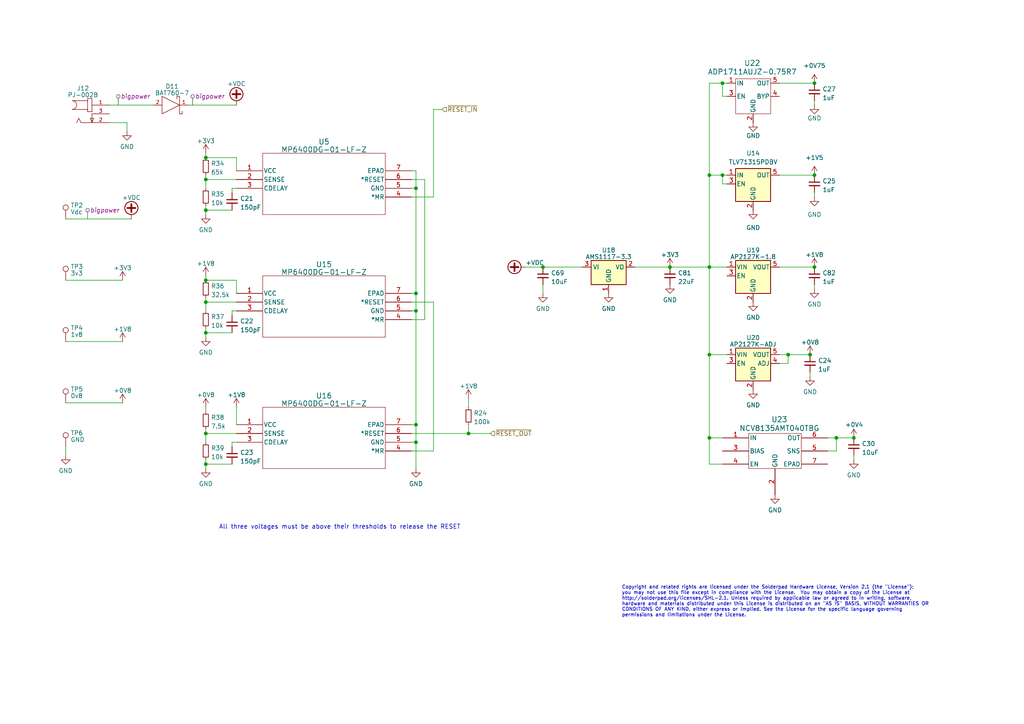
<source format=kicad_sch>
(kicad_sch (version 20231120) (generator "eeschema") (generator_version "8.0")
  (paper "A4")
  (lib_symbols
    (symbol "ADP1711AUJZ075:ADP1711AUJZ-0.75R7" (pin_names (offset 0.254))
      (property "Reference" "U" (at 12.954 4.318 0))
      (property "Value" "ADP1711AUJZ-0.75R7" (at 12.954 1.778 0))
      (symbol "ADP1711AUJZ-0.75R7_0_1"
        (polyline (pts (xy 7.62 -10.16) (xy 17.78 -10.16)) (stroke (width 0.127)))
        (polyline (pts (xy 7.62 0) (xy 7.62 -10.16)) (stroke (width 0.127)))
        (polyline (pts (xy 17.78 -10.16) (xy 17.78 0)) (stroke (width 0.127)))
        (polyline (pts (xy 17.78 0) (xy 7.62 0)) (stroke (width 0.127)))
      )
      (symbol "ADP1711AUJZ-0.75R7_1_1"
        (pin unspecified line (at 5.08 -1.27 0) (length 2.54) (name "IN") (number "1"))
        (pin unspecified line (at 12.7 -12.7 90) (length 2.54) (name "GND") (number "2"))
        (pin unspecified line (at 5.08 -5.08 0) (length 2.54) (name "EN") (number "3"))
        (pin unspecified line (at 20.32 -5.08 180) (length 2.54) (name "BYP") (number "4"))
        (pin unspecified line (at 20.32 -1.27 180) (length 2.54) (name "OUT") (number "5"))
      )
    )
    (symbol "Connector:TestPoint" (pin_numbers hide) (pin_names (offset 0.762) hide)
      (property "Reference" "TP" (at 0 6.858 0))
      (property "Value" "TestPoint" (at 0 5.08 0))
      (symbol "TestPoint_0_1"
        (circle (center 0 3.302) (radius 0.762))
      )
      (symbol "TestPoint_1_1"
        (pin passive line (at 0 0 90) (length 2.54) (name "1") (number "1"))
      )
    )
    (symbol "Device:C_Small" (pin_numbers hide) (pin_names (offset 0.254) hide)
      (property "Reference" "C" (at 0.254 1.778 0))
      (property "Value" "C_Small" (at 0.254 -2.032 0))
      (symbol "C_Small_0_1"
        (polyline (pts (xy -1.524 -0.508) (xy 1.524 -0.508)) (stroke (width 0.3302)))
        (polyline (pts (xy -1.524 0.508) (xy 1.524 0.508)) (stroke (width 0.3048)))
      )
      (symbol "C_Small_1_1"
        (pin passive line (at 0 2.54 270) (length 2.032) (name "~") (number "1"))
        (pin passive line (at 0 -2.54 90) (length 2.032) (name "~") (number "2"))
      )
    )
    (symbol "Device:R_Small" (pin_numbers hide) (pin_names (offset 0.254) hide)
      (property "Reference" "R" (at 0.762 0.508 0))
      (property "Value" "R_Small" (at 0.762 -1.016 0))
      (symbol "R_Small_0_1"
        (rectangle (start -0.762 1.778) (end 0.762 -1.778) (stroke (width 0.2032)))
      )
      (symbol "R_Small_1_1"
        (pin passive line (at 0 2.54 270) (length 0.762) (name "~") (number "1"))
        (pin passive line (at 0 -2.54 90) (length 0.762) (name "~") (number "2"))
      )
    )
    (symbol "GND_1" (power) (pin_numbers hide) (pin_names (offset 0) hide)
      (property "Value" "GND" (at 0 -3.81 0))
      (symbol "GND_1_0_1"
        (polyline (pts (xy 0 0) (xy 0 -1.27) (xy 1.27 -1.27) (xy 0 -2.54) (xy -1.27 -1.27) (xy 0 -1.27)))
      )
      (symbol "GND_1_1_1"
        (pin power_in line (at 0 0 270) (length 0) (name "~") (number "1"))
      )
    )
    (symbol "MP6400:MP6400DG-01-LF-Z" (pin_names (offset 0.254))
      (property "Reference" "U" (at 25.4 10.16 0))
      (property "Value" "MP6400DG-01-LF-Z" (at 25.4 7.62 0))
      (symbol "MP6400DG-01-LF-Z_0_1"
        (polyline (pts (xy 7.62 -12.7) (xy 43.18 -12.7)) (stroke (width 0.127)))
        (polyline (pts (xy 7.62 5.08) (xy 7.62 -12.7)) (stroke (width 0.127)))
        (polyline (pts (xy 43.18 -12.7) (xy 43.18 5.08)) (stroke (width 0.127)))
        (polyline (pts (xy 43.18 5.08) (xy 7.62 5.08)) (stroke (width 0.127)))
        (pin power_in line (at 0 0 0) (length 7.62) (name "VCC") (number "1"))
        (pin unspecified line (at 0 -2.54 0) (length 7.62) (name "SENSE") (number "2"))
        (pin unspecified line (at 0 -5.08 0) (length 7.62) (name "CDELAY") (number "3"))
        (pin unspecified line (at 50.8 -7.62 180) (length 7.62) (name "*MR") (number "4"))
        (pin power_in line (at 50.8 -5.08 180) (length 7.62) (name "GND") (number "5"))
        (pin unspecified line (at 50.8 -2.54 180) (length 7.62) (name "*RESET") (number "6"))
        (pin power_in line (at 50.8 0 180) (length 7.62) (name "EPAD") (number "7"))
      )
    )
    (symbol "NCV8135AMT040TBG:NCV8135AMT040TBG" (pin_names (offset 0.254))
      (property "Reference" "U23" (at 16.51 7.874 0))
      (property "Value" "NCV8135AMT040TBG" (at 16.51 5.334 0))
      (symbol "NCV8135AMT040TBG_0_1"
        (polyline (pts (xy 7.62 -6.35) (xy 22.86 -6.35)) (stroke (width 0.127)))
        (polyline (pts (xy 7.62 3.81) (xy 7.62 -6.35)) (stroke (width 0.127)))
        (polyline (pts (xy 22.86 -6.35) (xy 22.86 3.81)) (stroke (width 0.127)))
        (polyline (pts (xy 22.86 3.81) (xy 7.62 3.81)) (stroke (width 0.127)))
        (pin input line (at 0 2.54 0) (length 7.62) (name "IN") (number "1"))
        (pin power_out line (at 15.24 -13.97 90) (length 7.62) (name "GND") (number "2"))
        (pin unspecified line (at 0 -1.27 0) (length 7.62) (name "BIAS") (number "3"))
        (pin unspecified line (at 0 -5.08 0) (length 7.62) (name "EN") (number "4"))
        (pin unspecified line (at 30.48 -1.27 180) (length 7.62) (name "SNS") (number "5"))
        (pin output line (at 30.48 2.54 180) (length 7.62) (name "OUT") (number "6"))
        (pin power_out line (at 30.48 -5.08 180) (length 7.62) (name "EPAD") (number "7"))
      )
    )
    (symbol "Regulator_Linear:AMS1117-3.3"
      (property "Reference" "U" (at -3.81 3.175 0))
      (property "Value" "AMS1117-3.3" (at 0 3.175 0))
      (symbol "AMS1117-3.3_0_1"
        (rectangle (start -5.08 -5.08) (end 5.08 1.905) (stroke (width 0.254)) (fill (type background)))
      )
      (symbol "AMS1117-3.3_1_1"
        (pin power_in line (at 0 -7.62 90) (length 2.54) (name "GND") (number "1"))
        (pin power_out line (at 7.62 0 180) (length 2.54) (name "VO") (number "2"))
        (pin power_in line (at -7.62 0 0) (length 2.54) (name "VI") (number "3"))
      )
    )
    (symbol "Regulator_Linear:AP2127K-1.8" (pin_names (offset 0.254))
      (property "Reference" "U" (at -5.08 5.715 0))
      (property "Value" "AP2127K-1.8" (at 0 5.715 0))
      (symbol "AP2127K-1.8_0_1"
        (rectangle (start -5.08 4.445) (end 5.08 -5.08) (stroke (width 0.254)) (fill (type background)))
      )
      (symbol "AP2127K-1.8_1_1"
        (pin power_in line (at -7.62 2.54 0) (length 2.54) (name "VIN") (number "1"))
        (pin power_in line (at 0 -7.62 90) (length 2.54) (name "GND") (number "2"))
        (pin input line (at -7.62 0 0) (length 2.54) (name "EN") (number "3"))
        (pin no_connect line (at 5.08 0 180) (length 2.54) hide (name "NC") (number "4"))
        (pin power_out line (at 7.62 2.54 180) (length 2.54) (name "VOUT") (number "5"))
      )
    )
    (symbol "Regulator_Linear:AP2127K-ADJ" (pin_names (offset 0.254))
      (property "Reference" "U" (at -5.08 5.715 0))
      (property "Value" "AP2127K-ADJ" (at 0 5.715 0))
      (symbol "AP2127K-ADJ_0_1"
        (rectangle (start -5.08 4.445) (end 5.08 -5.08) (stroke (width 0.254)) (fill (type background)))
      )
      (symbol "AP2127K-ADJ_1_1"
        (pin power_in line (at -7.62 2.54 0) (length 2.54) (name "VIN") (number "1"))
        (pin power_in line (at 0 -7.62 90) (length 2.54) (name "GND") (number "2"))
        (pin input line (at -7.62 0 0) (length 2.54) (name "EN") (number "3"))
        (pin input line (at 7.62 0 180) (length 2.54) (name "ADJ") (number "4"))
        (pin power_out line (at 7.62 2.54 180) (length 2.54) (name "VOUT") (number "5"))
      )
    )
    (symbol "Regulator_Linear:TLV71315PDBV" (pin_names (offset 0.254))
      (property "Reference" "U" (at -3.81 5.715 0))
      (property "Value" "TLV71315PDBV" (at 0 5.715 0))
      (symbol "TLV71315PDBV_0_1"
        (rectangle (start -5.08 4.445) (end 5.08 -5.08) (stroke (width 0.254)) (fill (type background)))
      )
      (symbol "TLV71315PDBV_1_1"
        (pin power_in line (at -7.62 2.54 0) (length 2.54) (name "IN") (number "1"))
        (pin power_in line (at 0 -7.62 90) (length 2.54) (name "GND") (number "2"))
        (pin input line (at -7.62 0 0) (length 2.54) (name "EN") (number "3"))
        (pin no_connect line (at 5.08 0 180) (length 2.54) hide (name "NC") (number "4"))
        (pin power_out line (at 7.62 2.54 180) (length 2.54) (name "OUT") (number "5"))
      )
    )
    (symbol "barrel:PJ-002B" (pin_names (offset 1.016) hide)
      (property "Reference" "J" (at -7.6454 5.08 0))
      (property "Value" "PJ-002B" (at -7.62 -5.08 0))
      (symbol "PJ-002B_0_0"
        (arc (start -5.715 1.27) (mid -4.4505 2.54) (end -5.715 3.81) (stroke (width 0.1524)))
        (polyline (pts (xy -5.715 3.81) (xy -1.27 3.81)) (stroke (width 0.1524)))
        (polyline (pts (xy -3.81 -1.27) (xy -4.445 -2.54)) (stroke (width 0.1524)))
        (polyline (pts (xy -3.175 -2.54) (xy -3.81 -1.27)) (stroke (width 0.1524)))
        (polyline (pts (xy -1.27 0.635) (xy 0 0.635)) (stroke (width 0.1524)))
        (polyline (pts (xy -1.27 1.27) (xy -5.715 1.27)) (stroke (width 0.1524)))
        (polyline (pts (xy -1.27 1.27) (xy -1.27 0.635)) (stroke (width 0.1524)))
        (polyline (pts (xy -1.27 3.81) (xy -1.27 1.27)) (stroke (width 0.1524)))
        (polyline (pts (xy -1.27 4.445) (xy -1.27 3.81)) (stroke (width 0.1524)))
        (polyline (pts (xy 0 -2.54) (xy -3.175 -2.54)) (stroke (width 0.1524)))
        (polyline (pts (xy 0 0) (xy 0 -2.54)) (stroke (width 0.1524)))
        (polyline (pts (xy 0 0.635) (xy 0 4.445)) (stroke (width 0.1524)))
        (polyline (pts (xy 0 4.445) (xy -1.27 4.445)) (stroke (width 0.1524)))
        (polyline (pts (xy 0 -2.54) (xy -0.508 -1.27) (xy 0.508 -1.27) (xy 0 -2.54)) (stroke (width 0.1524)) (fill (type background)))
        (pin passive line (at 5.08 2.54 180) (length 5.08) (name "~") (number "1"))
        (pin passive line (at 5.08 -2.54 180) (length 5.08) (name "~") (number "2"))
        (pin passive line (at 5.08 0 180) (length 5.08) (name "~") (number "3"))
      )
    )
    (symbol "diode:BAT760-7" (pin_names (offset 1.016))
      (property "Reference" "D" (at 0 5.08 0))
      (property "Value" "BAT760-7" (at 0 7.62 0))
      (symbol "BAT760-7_1_1"
        (polyline (pts (xy 5.08 -2.54) (xy 10.16 0)))
        (polyline (pts (xy 5.08 2.54) (xy 5.08 -2.54)))
        (polyline (pts (xy 5.08 2.54) (xy 10.16 0)))
        (polyline (pts (xy 9.398 2.54) (xy 9.398 1.778)))
        (polyline (pts (xy 10.16 -2.54) (xy 10.922 -2.54)))
        (polyline (pts (xy 10.16 2.54) (xy 9.398 2.54)))
        (polyline (pts (xy 10.16 2.54) (xy 10.16 -2.54)))
        (polyline (pts (xy 10.922 -2.54) (xy 10.922 -1.778)))
        (pin passive line (at 12.7 0 180) (length 2.54) (name "CATHODE") (number "1"))
        (pin passive line (at 2.54 0 0) (length 2.54) (name "ANODE") (number "2"))
      )
    )
    (symbol "power:+0V8" (power) (pin_names (offset 0))
      (property "Value" "+0V8" (at 0 3.556 0))
      (symbol "+0V8_0_1"
        (polyline (pts (xy -0.762 1.27) (xy 0 2.54)))
        (polyline (pts (xy 0 0) (xy 0 2.54)))
        (polyline (pts (xy 0 2.54) (xy 0.762 1.27)))
      )
      (symbol "+0V8_1_1"
        (pin power_in line (at 0 0 90) (length 0) hide (name "+0V8") (number "1"))
      )
    )
    (symbol "power:+1V5" (power) (pin_numbers hide) (pin_names (offset 0) hide)
      (property "Value" "+1V5" (at 0 3.556 0))
      (symbol "+1V5_0_1"
        (polyline (pts (xy -0.762 1.27) (xy 0 2.54)))
        (polyline (pts (xy 0 0) (xy 0 2.54)))
        (polyline (pts (xy 0 2.54) (xy 0.762 1.27)))
      )
      (symbol "+1V5_1_1"
        (pin power_in line (at 0 0 90) (length 0) (name "~") (number "1"))
      )
    )
    (symbol "power:+1V8" (power) (pin_names (offset 0))
      (property "Value" "+1V8" (at 0 3.556 0))
      (symbol "+1V8_0_1"
        (polyline (pts (xy -0.762 1.27) (xy 0 2.54)))
        (polyline (pts (xy 0 0) (xy 0 2.54)))
        (polyline (pts (xy 0 2.54) (xy 0.762 1.27)))
      )
      (symbol "+1V8_1_1"
        (pin power_in line (at 0 0 90) (length 0) hide (name "+1V8") (number "1"))
      )
    )
    (symbol "power:+3.3V" (power) (pin_names (offset 0))
      (property "Value" "+3.3V" (at 0 3.556 0))
      (symbol "+3.3V_0_1"
        (polyline (pts (xy -0.762 1.27) (xy 0 2.54)))
        (polyline (pts (xy 0 0) (xy 0 2.54)))
        (polyline (pts (xy 0 2.54) (xy 0.762 1.27)))
      )
      (symbol "+3.3V_1_1"
        (pin power_in line (at 0 0 90) (length 0) hide (name "+3V3") (number "1"))
      )
    )
    (symbol "power:+VDC" (power) (pin_names (offset 0))
      (property "Value" "+VDC" (at 0 6.35 0))
      (symbol "+VDC_0_1"
        (polyline (pts (xy -1.143 3.175) (xy 1.143 3.175)) (stroke (width 0.508)))
        (polyline (pts (xy 0 0) (xy 0 1.27)))
        (polyline (pts (xy 0 2.032) (xy 0 4.318)) (stroke (width 0.508)))
        (circle (center 0 3.175) (radius 1.905) (stroke (width 0.254)))
      )
      (symbol "+VDC_1_1"
        (pin power_in line (at 0 0 90) (length 0) hide (name "+VDC") (number "1"))
      )
    )
    (symbol "power:GND" (power) (pin_names (offset 0))
      (property "Value" "GND" (at 0 -3.81 0))
      (symbol "GND_0_1"
        (polyline (pts (xy 0 0) (xy 0 -1.27) (xy 1.27 -1.27) (xy 0 -2.54) (xy -1.27 -1.27) (xy 0 -1.27)))
      )
      (symbol "GND_1_1"
        (pin power_in line (at 0 0 270) (length 0) hide (name "GND") (number "1"))
      )
    )
  )
  (junction (at 59.69 60.96))
  (junction (at 205.74 77.47))
  (junction (at 247.65 127))
  (junction (at 59.69 87.63))
  (junction (at 157.48 77.47))
  (junction (at 194.31 77.47))
  (junction (at 120.65 128.27))
  (junction (at 120.65 123.19))
  (junction (at 120.65 85.09))
  (junction (at 59.69 52.07))
  (junction (at 209.55 24.13))
  (junction (at 59.69 125.73))
  (junction (at 209.55 50.8))
  (junction (at 59.69 134.62))
  (junction (at 242.57 127))
  (junction (at 120.65 54.61))
  (junction (at 205.74 50.8))
  (junction (at 205.74 102.87))
  (junction (at 135.89 125.73))
  (junction (at 59.69 45.72))
  (junction (at 228.6 102.87))
  (junction (at 236.22 50.8))
  (junction (at 120.65 90.17))
  (junction (at 236.22 77.47))
  (junction (at 59.69 81.28))
  (junction (at 205.74 127))
  (junction (at 236.22 24.13))
  (junction (at 234.95 102.87))
  (junction (at 59.69 96.52))
  (wire (pts (xy 226.06 50.8) (xy 236.22 50.8)))
  (wire (pts (xy 119.38 125.73) (xy 135.89 125.73)))
  (wire (pts (xy 59.69 134.62) (xy 59.69 135.89)))
  (wire (pts (xy 125.73 87.63) (xy 125.73 130.81)))
  (wire (pts (xy 125.73 57.15) (xy 125.73 31.75)))
  (wire (pts (xy 157.48 82.55) (xy 157.48 85.09)))
  (wire (pts (xy 205.74 77.47) (xy 210.82 77.47)))
  (wire (pts (xy 59.69 124.46) (xy 59.69 125.73)))
  (wire (pts (xy 19.05 81.28) (xy 35.56 81.28)))
  (wire (pts (xy 59.69 44.45) (xy 59.69 45.72)))
  (wire (pts (xy 242.57 130.81) (xy 242.57 127)))
  (wire (pts (xy 205.74 127) (xy 205.74 134.62)))
  (wire (pts (xy 240.03 127) (xy 242.57 127)))
  (wire (pts (xy 59.69 125.73) (xy 59.69 128.27)))
  (wire (pts (xy 59.69 96.52) (xy 59.69 97.79)))
  (wire (pts (xy 59.69 52.07) (xy 59.69 54.61)))
  (wire (pts (xy 119.38 85.09) (xy 120.65 85.09)))
  (wire (pts (xy 59.69 134.62) (xy 67.31 134.62)))
  (wire (pts (xy 123.19 52.07) (xy 123.19 92.71)))
  (wire (pts (xy 236.22 82.55) (xy 236.22 83.82)))
  (wire (pts (xy 59.69 45.72) (xy 68.58 45.72)))
  (wire (pts (xy 67.31 54.61) (xy 67.31 55.88)))
  (wire (pts (xy 68.58 54.61) (xy 67.31 54.61)))
  (wire (pts (xy 19.05 116.84) (xy 35.56 116.84)))
  (wire (pts (xy 31.75 35.56) (xy 36.83 35.56)))
  (wire (pts (xy 205.74 134.62) (xy 209.55 134.62)))
  (wire (pts (xy 19.05 129.54) (xy 19.05 132.08)))
  (wire (pts (xy 205.74 77.47) (xy 205.74 50.8)))
  (wire (pts (xy 240.03 130.81) (xy 242.57 130.81)))
  (wire (pts (xy 120.65 54.61) (xy 120.65 85.09)))
  (wire (pts (xy 236.22 29.21) (xy 236.22 30.48)))
  (wire (pts (xy 234.95 107.95) (xy 234.95 109.22)))
  (wire (pts (xy 119.38 87.63) (xy 125.73 87.63)))
  (wire (pts (xy 205.74 127) (xy 209.55 127)))
  (wire (pts (xy 59.69 87.63) (xy 68.58 87.63)))
  (wire (pts (xy 59.69 125.73) (xy 68.58 125.73)))
  (wire (pts (xy 68.58 81.28) (xy 68.58 85.09)))
  (wire (pts (xy 59.69 118.11) (xy 59.69 119.38)))
  (wire (pts (xy 125.73 57.15) (xy 119.38 57.15)))
  (wire (pts (xy 68.58 45.72) (xy 68.58 49.53)))
  (wire (pts (xy 226.06 77.47) (xy 236.22 77.47)))
  (wire (pts (xy 36.83 35.56) (xy 36.83 38.1)))
  (wire (pts (xy 19.05 99.06) (xy 35.56 99.06)))
  (wire (pts (xy 226.06 24.13) (xy 236.22 24.13)))
  (wire (pts (xy 59.69 60.96) (xy 59.69 62.23)))
  (wire (pts (xy 59.69 96.52) (xy 67.31 96.52)))
  (wire (pts (xy 228.6 102.87) (xy 228.6 105.41)))
  (wire (pts (xy 59.69 81.28) (xy 68.58 81.28)))
  (wire (pts (xy 205.74 24.13) (xy 209.55 24.13)))
  (wire (pts (xy 119.38 128.27) (xy 120.65 128.27)))
  (wire (pts (xy 125.73 130.81) (xy 119.38 130.81)))
  (wire (pts (xy 59.69 95.25) (xy 59.69 96.52)))
  (wire (pts (xy 119.38 54.61) (xy 120.65 54.61)))
  (wire (pts (xy 205.74 77.47) (xy 205.74 102.87)))
  (wire (pts (xy 194.31 77.47) (xy 205.74 77.47)))
  (wire (pts (xy 59.69 52.07) (xy 68.58 52.07)))
  (wire (pts (xy 120.65 49.53) (xy 120.65 54.61)))
  (wire (pts (xy 67.31 90.17) (xy 67.31 91.44)))
  (wire (pts (xy 59.69 87.63) (xy 59.69 90.17)))
  (wire (pts (xy 184.15 77.47) (xy 194.31 77.47)))
  (wire (pts (xy 228.6 102.87) (xy 234.95 102.87)))
  (wire (pts (xy 19.05 63.5) (xy 38.1 63.5)))
  (wire (pts (xy 210.82 27.94) (xy 209.55 27.94)))
  (wire (pts (xy 119.38 49.53) (xy 120.65 49.53)))
  (wire (pts (xy 120.65 128.27) (xy 120.65 135.89)))
  (wire (pts (xy 59.69 80.01) (xy 59.69 81.28)))
  (wire (pts (xy 59.69 50.8) (xy 59.69 52.07)))
  (wire (pts (xy 59.69 133.35) (xy 59.69 134.62)))
  (wire (pts (xy 226.06 105.41) (xy 228.6 105.41)))
  (wire (pts (xy 209.55 24.13) (xy 210.82 24.13)))
  (wire (pts (xy 209.55 53.34) (xy 209.55 50.8)))
  (wire (pts (xy 123.19 92.71) (xy 119.38 92.71)))
  (wire (pts (xy 119.38 90.17) (xy 120.65 90.17)))
  (wire (pts (xy 135.89 123.19) (xy 135.89 125.73)))
  (wire (pts (xy 135.89 115.57) (xy 135.89 118.11)))
  (wire (pts (xy 236.22 55.88) (xy 236.22 57.15)))
  (wire (pts (xy 157.48 77.47) (xy 168.91 77.47)))
  (wire (pts (xy 68.58 118.11) (xy 68.58 123.19)))
  (wire (pts (xy 152.4 77.47) (xy 157.48 77.47)))
  (wire (pts (xy 120.65 90.17) (xy 120.65 123.19)))
  (wire (pts (xy 210.82 53.34) (xy 209.55 53.34)))
  (wire (pts (xy 205.74 50.8) (xy 205.74 24.13)))
  (wire (pts (xy 119.38 52.07) (xy 123.19 52.07)))
  (wire (pts (xy 135.89 125.73) (xy 142.24 125.73)))
  (wire (pts (xy 119.38 123.19) (xy 120.65 123.19)))
  (wire (pts (xy 242.57 127) (xy 247.65 127)))
  (wire (pts (xy 226.06 102.87) (xy 228.6 102.87)))
  (wire (pts (xy 68.58 128.27) (xy 67.31 128.27)))
  (wire (pts (xy 68.58 90.17) (xy 67.31 90.17)))
  (wire (pts (xy 209.55 27.94) (xy 209.55 24.13)))
  (wire (pts (xy 120.65 123.19) (xy 120.65 128.27)))
  (wire (pts (xy 205.74 102.87) (xy 210.82 102.87)))
  (wire (pts (xy 209.55 50.8) (xy 210.82 50.8)))
  (wire (pts (xy 67.31 128.27) (xy 67.31 129.54)))
  (wire (pts (xy 125.73 31.75) (xy 128.27 31.75)))
  (wire (pts (xy 205.74 102.87) (xy 205.74 127)))
  (wire (pts (xy 205.74 50.8) (xy 209.55 50.8)))
  (wire (pts (xy 120.65 85.09) (xy 120.65 90.17)))
  (wire (pts (xy 59.69 59.69) (xy 59.69 60.96)))
  (wire (pts (xy 59.69 60.96) (xy 67.31 60.96)))
  (wire (pts (xy 247.65 132.08) (xy 247.65 133.35)))
  (wire (pts (xy 31.75 30.48) (xy 44.45 30.48)))
  (wire (pts (xy 59.69 86.36) (xy 59.69 87.63)))
  (wire (pts (xy 54.61 30.48) (xy 68.58 30.48)))
  (text "All three voltages must be above their thresholds to release the RESET" (at 63.5 153.67 0) (effects (font (size 1.27 1.27)) (justify left bottom)))
  (text "Copyright and related rights are licensed under the Solderpad Hardware License, Version 2.1 (the \"License\");\nyou may not use this file except in compliance with the License.  You may obtain a copy of the License at\nhttp://solderpad.org/licenses/SHL-2.1. Unless required by applicable law or agreed to in writing, software,\nhardware and materials distributed under this License is distributed on an \"AS IS\" BASIS, WITHOUT WARRANTIES OR\nCONDITIONS OF ANY KIND, either express or implied. See the License for the specific language governing\npermissions and limitations under the License.\n" (at 180.34 179.07 0) (effects (font (size 1 1)) (justify left bottom)))
  (hierarchical_label "~{RESET_IN}" (shape input) (at 128.27 31.75 0))
  (hierarchical_label "~{RESET_OUT}" (shape input) (at 142.24 125.73 0))
  (netclass_flag "" (length 2.54) (shape round) (at 34.29 30.48 0) (property "Netclass" "bigpower" (at 34.9885 27.94 0) (effects (font (italic yes)) (justify left))))
  (netclass_flag "" (length 2.54) (shape round) (at 55.88 30.48 0) (property "Netclass" "bigpower" (at 56.5785 27.94 0) (effects (font (italic yes)) (justify left))))
  (netclass_flag "" (length 2.54) (shape round) (at 25.4 63.5 0) (property "Netclass" "bigpower" (at 26.0985 60.96 0) (effects (font (italic yes)) (justify left))))
  (symbol (lib_id "power:+1V8") (at 59.69 80.01 0) (unit 1)
    (property "Reference" "#PWR0164" (effects (hide yes)))
    (property "Value" "+1V8" (at 59.69 76.4342 0))
  )
  (symbol (lib_name "GND_1") (lib_id "power:GND") (at 218.44 60.96 0) (unit 1)
    (property "Reference" "#PWR086" (effects (hide yes)))
    (property "Value" "GND" (at 218.44 66.04 0))
    (property "Description" "Power symbol creates a global label with name \"GND\" , ground" (effects (hide yes)))
  )
  (symbol (lib_id "Regulator_Linear:AMS1117-3.3") (at 176.53 77.47 0) (unit 1)
    (property "Reference" "U18" (at 176.53 72.5551 0))
    (property "Value" "AMS1117-3.3" (at 176.53 74.4761 0))
    (property "Footprint" "Package_TO_SOT_SMD:SOT-223-3_TabPin2" (effects (hide yes)))
    (property "Datasheet" "http://www.advanced-monolithic.com/pdf/ds1117.pdf" (effects (hide yes)))
  )
  (symbol (lib_id "Device:C_Small") (at 157.48 80.01 0) (unit 1)
    (property "Reference" "C69" (at 159.8041 79.1816 0) (effects (justify left)))
    (property "Value" "10uF" (at 159.8041 81.7185 0) (effects (justify left)))
    (property "Footprint" "Capacitor_SMD:C_0603_1608Metric" (effects (hide yes)))
  )
  (symbol (lib_id "power:+3.3V") (at 59.69 44.45 0) (unit 1)
    (property "Reference" "#PWR0163" (effects (hide yes)))
    (property "Value" "+3V3" (at 59.69 40.8742 0))
  )
  (symbol (lib_id "MP6400:MP6400DG-01-LF-Z") (at 68.58 123.19 0) (unit 1)
    (property "Reference" "U16" (at 93.98 114.7904 0) (effects (font (size 1.524 1.524))))
    (property "Value" "MP6400DG-01-LF-Z" (at 93.98 117.0446 0) (effects (font (size 1.524 1.524))))
    (property "Footprint" "MP6400:QFN6_MP6400_MNP" (effects (hide yes)))
    (property "Datasheet" "MP6400DG-01-LF-Z" (effects (hide yes)))
  )
  (symbol (lib_id "power:+0V8") (at 59.69 118.11 0) (unit 1)
    (property "Reference" "#PWR0165" (effects (hide yes)))
    (property "Value" "+0V8" (at 59.69 114.5342 0))
  )
  (symbol (lib_id "Device:R_Small") (at 59.69 92.71 0) (unit 1)
    (property "Reference" "R37" (at 61.1886 91.8753 0) (effects (justify left)))
    (property "Value" "10k" (at 61.1886 94.4122 0) (effects (justify left)))
    (property "Footprint" "Resistor_SMD:R_0603_1608Metric" (effects (hide yes)))
  )
  (symbol (lib_id "power:GND") (at 234.95 109.22 0) (unit 1)
    (property "Reference" "#PWR085" (effects (hide yes)))
    (property "Value" "GND" (at 234.95 113.6634 0))
  )
  (symbol (lib_id "power:+VDC") (at 38.1 63.5 0) (unit 1)
    (property "Reference" "#PWR0174" (effects (hide yes)))
    (property "Value" "+VDC" (at 38.1 57.3311 0))
  )
  (symbol (lib_id "NCV8135AMT040TBG:NCV8135AMT040TBG") (at 209.55 129.54 0) (unit 1)
    (property "Reference" "U23" (at 226.06 121.666 0) (effects (font (size 1.524 1.524))))
    (property "Value" "NCV8135AMT040TBG" (at 226.06 124.206 0) (effects (font (size 1.524 1.524))))
    (property "Footprint" "WDFN6-2x2_511BR_OSI" (effects (hide yes)))
    (property "Datasheet" "NCV8135AMT040TBG" (effects (hide yes)))
  )
  (symbol (lib_id "power:GND") (at 157.48 85.09 0) (unit 1)
    (property "Reference" "#PWR081" (effects (hide yes)))
    (property "Value" "GND" (at 157.48 89.5334 0))
  )
  (symbol (lib_id "power:+0V8") (at 35.56 116.84 0) (unit 1)
    (property "Reference" "#PWR0161" (effects (hide yes)))
    (property "Value" "+0V8" (at 35.56 113.2642 0))
  )
  (symbol (lib_name "GND_1") (lib_id "power:GND") (at 236.22 57.15 0) (unit 1)
    (property "Reference" "#PWR0112" (effects (hide yes)))
    (property "Value" "GND" (at 236.22 62.23 0))
    (property "Description" "Power symbol creates a global label with name \"GND\" , ground" (effects (hide yes)))
  )
  (symbol (lib_id "power:GND") (at 247.65 133.35 0) (unit 1)
    (property "Reference" "#PWR0123" (effects (hide yes)))
    (property "Value" "GND" (at 247.65 137.7934 0))
  )
  (symbol (lib_id "power:GND") (at 59.69 62.23 0) (unit 1)
    (property "Reference" "#PWR0169" (effects (hide yes)))
    (property "Value" "GND" (at 59.69 66.6734 0))
  )
  (symbol (lib_id "power:+VDC") (at 68.58 30.48 0) (unit 1)
    (property "Reference" "#PWR078" (effects (hide yes)))
    (property "Value" "+VDC" (at 68.58 24.3111 0))
  )
  (symbol (lib_id "Connector:TestPoint") (at 19.05 81.28 0) (unit 1)
    (property "Reference" "TP3" (at 20.447 77.3343 0) (effects (justify left)))
    (property "Value" "3v3" (at 20.447 79.2553 0) (effects (justify left)))
    (property "Footprint" "TestPoint:TestPoint_Loop_D2.54mm_Drill1.5mm_Beaded" (effects (hide yes)))
  )
  (symbol (lib_id "Device:R_Small") (at 59.69 83.82 0) (unit 1)
    (property "Reference" "R36" (at 61.1886 82.9853 0) (effects (justify left)))
    (property "Value" "32.5k" (at 61.1886 85.5222 0) (effects (justify left)))
    (property "Footprint" "Resistor_SMD:R_0603_1608Metric" (effects (hide yes)))
  )
  (symbol (lib_id "Device:C_Small") (at 67.31 132.08 0) (unit 1)
    (property "Reference" "C23" (at 69.6341 131.2516 0) (effects (justify left)))
    (property "Value" "150pF" (at 69.6341 133.7885 0) (effects (justify left)))
    (property "Footprint" "Capacitor_SMD:C_0603_1608Metric" (effects (hide yes)))
  )
  (symbol (lib_id "power:GND") (at 176.53 85.09 0) (unit 1)
    (property "Reference" "#PWR084" (effects (hide yes)))
    (property "Value" "GND" (at 176.53 89.5334 0))
  )
  (symbol (lib_id "Device:C_Small") (at 234.95 105.41 0) (unit 1)
    (property "Reference" "C24" (at 237.2741 104.5816 0) (effects (justify left)))
    (property "Value" "1uF" (at 237.2741 107.1185 0) (effects (justify left)))
    (property "Footprint" "Capacitor_SMD:C_0603_1608Metric" (effects (hide yes)))
  )
  (symbol (lib_id "Device:C_Small") (at 67.31 93.98 0) (unit 1)
    (property "Reference" "C22" (at 69.6341 93.1516 0) (effects (justify left)))
    (property "Value" "150pF" (at 69.6341 95.6885 0) (effects (justify left)))
    (property "Footprint" "Capacitor_SMD:C_0603_1608Metric" (effects (hide yes)))
  )
  (symbol (lib_id "Device:C_Small") (at 236.22 80.01 0) (unit 1)
    (property "Reference" "C82" (at 238.5441 79.1816 0) (effects (justify left)))
    (property "Value" "1uF" (at 238.5441 81.7185 0) (effects (justify left)))
    (property "Footprint" "Capacitor_SMD:C_0603_1608Metric" (effects (hide yes)))
  )
  (symbol (lib_id "power:+1V8") (at 35.56 99.06 0) (unit 1)
    (property "Reference" "#PWR0160" (effects (hide yes)))
    (property "Value" "+1V8" (at 35.56 95.4842 0))
  )
  (symbol (lib_id "power:+1V8") (at 236.22 77.47 0) (unit 1)
    (property "Reference" "#PWR097" (effects (hide yes)))
    (property "Value" "+1V8" (at 236.22 73.8942 0))
  )
  (symbol (lib_id "Connector:TestPoint") (at 19.05 129.54 0) (unit 1)
    (property "Reference" "TP6" (at 20.447 125.5943 0) (effects (justify left)))
    (property "Value" "GND" (at 20.447 127.5153 0) (effects (justify left)))
    (property "Footprint" "TestPoint:TestPoint_Loop_D2.54mm_Drill1.5mm_Beaded" (effects (hide yes)))
  )
  (symbol (lib_id "diode:BAT760-7") (at 41.91 30.48 0) (unit 1)
    (property "Reference" "D11" (at 49.911 25.0571 0))
    (property "Value" "BAT760-7" (at 49.911 26.9781 0))
    (property "Footprint" "diode:Diodes-SOD323-03_2017-0-0" (effects (hide yes)))
    (property "Datasheet" "https://www.diodes.com/assets/Datasheets/ds30498.pdf" (effects (hide yes)))
    (property "DC blocking voltage" "30V" (effects (hide yes)))
    (property "capacitance" "25pF" (effects (hide yes)))
    (property "category" "Diode" (effects (hide yes)))
    (property "device class L1" "Discrete Semiconductors" (effects (hide yes)))
    (property "device class L2" "Diodes" (effects (hide yes)))
    (property "device class L3" "Schottky Diodes" (effects (hide yes)))
    (property "digikey description" "DIODE SCHOTTKY 30V 1A SOD323" (effects (hide yes)))
    (property "digikey part number" "BAT760DICT-ND" (effects (hide yes)))
    (property "footprint url" "https://www.diodes.com/assets/Package-Files/SOD323.pdf" (effects (hide yes)))
    (property "height" "1.2mm" (effects (hide yes)))
    (property "lead free" "yes" (effects (hide yes)))
    (property "library id" "bf1a09f8f564a7a6" (effects (hide yes)))
    (property "manufacturer" "Diodes" (effects (hide yes)))
    (property "max junction temp" "+150°C" (effects (hide yes)))
    (property "max repetitive reverse voltage" "30V" (effects (hide yes)))
    (property "max surge forward current" "5.5A" (effects (hide yes)))
    (property "mouser description" "Schottky Diodes & Rectifiers 0.5A 30V LF" (effects (hide yes)))
    (property "mouser part number" "621-BAT760-7" (effects (hide yes)))
    (property "package" "SOD323" (effects (hide yes)))
    (property "peak reverse current" "50uA" (effects (hide yes)))
    (property "rohs" "yes" (effects (hide yes)))
    (property "standoff height" "0.05mm" (effects (hide yes)))
    (property "temperature range high" "+150°C" (effects (hide yes)))
    (property "temperature range low" "-65°C" (effects (hide yes)))
    (property "working reverse voltage" "30V" (effects (hide yes)))
  )
  (symbol (lib_id "power:+VDC") (at 152.4 77.47 90) (unit 1)
    (property "Reference" "#PWR0175" (effects (hide yes)))
    (property "Value" "+VDC" (at 152.4 76.2 90) (effects (justify right)))
  )
  (symbol (lib_id "Regulator_Linear:TLV71315PDBV") (at 218.44 53.34 0) (unit 1)
    (property "Reference" "U14" (at 218.44 44.45 0))
    (property "Value" "TLV71315PDBV" (at 218.44 46.99 0))
    (property "Footprint" "Package_TO_SOT_SMD:SOT-23-5" (effects (hide yes)))
    (property "Datasheet" "http://www.ti.com/lit/ds/symlink/tlv713p.pdf" (effects (hide yes)))
    (property "Description" "150mA Low Dropout Voltage Regulator, Fixed Output 1.5V, SOT-23-5" (effects (hide yes)))
  )
  (symbol (lib_id "power:GND") (at 236.22 83.82 0) (unit 1)
    (property "Reference" "#PWR098" (effects (hide yes)))
    (property "Value" "GND" (at 236.22 88.2634 0))
  )
  (symbol (lib_id "MP6400:MP6400DG-01-LF-Z") (at 68.58 85.09 0) (unit 1)
    (property "Reference" "U15" (at 93.98 76.6904 0) (effects (font (size 1.524 1.524))))
    (property "Value" "MP6400DG-01-LF-Z" (at 93.98 78.9446 0) (effects (font (size 1.524 1.524))))
    (property "Footprint" "MP6400:QFN6_MP6400_MNP" (effects (hide yes)))
    (property "Datasheet" "MP6400DG-01-LF-Z" (effects (hide yes)))
  )
  (symbol (lib_id "power:GND") (at 224.79 143.51 0) (unit 1)
    (property "Reference" "#PWR0120" (effects (hide yes)))
    (property "Value" "GND" (at 224.79 147.9534 0))
  )
  (symbol (lib_id "power:GND") (at 59.69 135.89 0) (unit 1)
    (property "Reference" "#PWR0168" (effects (hide yes)))
    (property "Value" "GND" (at 59.69 140.3334 0))
  )
  (symbol (lib_id "Device:C_Small") (at 194.31 80.01 0) (unit 1)
    (property "Reference" "C81" (at 196.6341 79.1816 0) (effects (justify left)))
    (property "Value" "22uF" (at 196.6341 81.7185 0) (effects (justify left)))
    (property "Footprint" "Capacitor_SMD:C_0603_1608Metric" (effects (hide yes)))
  )
  (symbol (lib_id "power:GND") (at 19.05 132.08 0) (unit 1)
    (property "Reference" "#PWR0162" (effects (hide yes)))
    (property "Value" "GND" (at 19.05 136.5234 0))
  )
  (symbol (lib_id "barrel:PJ-002B") (at 26.67 33.02 0) (unit 1)
    (property "Reference" "J12" (at 24.0665 25.6159 0))
    (property "Value" "PJ-002B" (at 24.0665 27.5369 0))
    (property "Footprint" "CUI_PJ-002B" (effects (hide yes)))
    (property "MANUFACTURER" "CUI INC" (effects (hide yes)))
    (property "STANDARD" "Manufacturer recommendations" (effects (hide yes)))
  )
  (symbol (lib_id "Device:R_Small") (at 59.69 57.15 0) (unit 1)
    (property "Reference" "R35" (at 61.1886 56.3153 0) (effects (justify left)))
    (property "Value" "10k" (at 61.1886 58.8522 0) (effects (justify left)))
    (property "Footprint" "Resistor_SMD:R_0603_1608Metric" (effects (hide yes)))
  )
  (symbol (lib_id "Connector:TestPoint") (at 19.05 116.84 0) (unit 1)
    (property "Reference" "TP5" (at 20.447 112.8943 0) (effects (justify left)))
    (property "Value" "0v8" (at 20.447 114.8153 0) (effects (justify left)))
    (property "Footprint" "TestPoint:TestPoint_Loop_D2.54mm_Drill1.5mm_Beaded" (effects (hide yes)))
  )
  (symbol (lib_id "power:GND") (at 59.69 97.79 0) (unit 1)
    (property "Reference" "#PWR0167" (effects (hide yes)))
    (property "Value" "GND" (at 59.69 102.2334 0))
  )
  (symbol (lib_id "Device:C_Small") (at 236.22 26.67 0) (unit 1)
    (property "Reference" "C27" (at 238.5441 25.8416 0) (effects (justify left)))
    (property "Value" "1uF" (at 238.5441 28.3785 0) (effects (justify left)))
    (property "Footprint" "Capacitor_SMD:C_0603_1608Metric" (effects (hide yes)))
  )
  (symbol (lib_id "power:+0V8") (at 247.65 127 0) (unit 1)
    (property "Reference" "#PWR0122" (effects (hide yes)))
    (property "Value" "+0V4" (at 245.11 123.19 0) (effects (justify left)))
  )
  (symbol (lib_id "power:GND") (at 218.44 87.63 0) (unit 1)
    (property "Reference" "#PWR082" (effects (hide yes)))
    (property "Value" "GND" (at 218.44 92.0734 0))
  )
  (symbol (lib_id "Connector:TestPoint") (at 19.05 63.5 0) (unit 1)
    (property "Reference" "TP2" (at 20.447 59.5543 0) (effects (justify left)))
    (property "Value" "Vdc" (at 20.447 61.4753 0) (effects (justify left)))
    (property "Footprint" "TestPoint:TestPoint_Loop_D2.54mm_Drill1.5mm_Beaded" (effects (hide yes)))
  )
  (symbol (lib_id "power:+3.3V") (at 35.56 81.28 0) (unit 1)
    (property "Reference" "#PWR0159" (effects (hide yes)))
    (property "Value" "+3V3" (at 35.56 77.7042 0))
  )
  (symbol (lib_id "power:+3.3V") (at 194.31 77.47 0) (unit 1)
    (property "Reference" "#PWR095" (effects (hide yes)))
    (property "Value" "+3V3" (at 194.31 73.8942 0))
  )
  (symbol (lib_id "Connector:TestPoint") (at 19.05 99.06 0) (unit 1)
    (property "Reference" "TP4" (at 20.447 95.1143 0) (effects (justify left)))
    (property "Value" "1v8" (at 20.447 97.0353 0) (effects (justify left)))
    (property "Footprint" "TestPoint:TestPoint_Loop_D2.54mm_Drill1.5mm_Beaded" (effects (hide yes)))
  )
  (symbol (lib_id "Device:R_Small") (at 59.69 48.26 0) (unit 1)
    (property "Reference" "R34" (at 61.1886 47.4253 0) (effects (justify left)))
    (property "Value" "65k" (at 61.1886 49.9622 0) (effects (justify left)))
    (property "Footprint" "Resistor_SMD:R_0603_1608Metric" (effects (hide yes)))
  )
  (symbol (lib_id "power:+1V5") (at 236.22 50.8 0) (unit 1)
    (property "Reference" "#PWR0110" (effects (hide yes)))
    (property "Value" "+1V5" (at 236.22 45.72 0))
    (property "Description" "Power symbol creates a global label with name \"+1V5\"" (effects (hide yes)))
  )
  (symbol (lib_id "Device:R_Small") (at 59.69 130.81 0) (unit 1)
    (property "Reference" "R39" (at 61.1886 129.9753 0) (effects (justify left)))
    (property "Value" "10k" (at 61.1886 132.5122 0) (effects (justify left)))
    (property "Footprint" "Resistor_SMD:R_0603_1608Metric" (effects (hide yes)))
  )
  (symbol (lib_id "MP6400:MP6400DG-01-LF-Z") (at 68.58 49.53 0) (unit 1)
    (property "Reference" "U5" (at 93.98 41.1304 0) (effects (font (size 1.524 1.524))))
    (property "Value" "MP6400DG-01-LF-Z" (at 93.98 43.3846 0) (effects (font (size 1.524 1.524))))
    (property "Footprint" "MP6400:QFN6_MP6400_MNP" (effects (hide yes)))
    (property "Datasheet" "MP6400DG-01-LF-Z" (effects (hide yes)))
  )
  (symbol (lib_name "GND_1") (lib_id "power:GND") (at 236.22 30.48 0) (unit 1)
    (property "Reference" "#PWR0118" (effects (hide yes)))
    (property "Value" "GND" (at 236.22 34.29 0))
    (property "Description" "Power symbol creates a global label with name \"GND\" , ground" (effects (hide yes)))
  )
  (symbol (lib_id "power:GND") (at 36.83 38.1 0) (unit 1)
    (property "Reference" "#PWR079" (effects (hide yes)))
    (property "Value" "GND" (at 36.83 42.5434 0))
  )
  (symbol (lib_id "Device:R_Small") (at 135.89 120.65 0) (unit 1)
    (property "Reference" "R24" (at 137.3886 119.8153 0) (effects (justify left)))
    (property "Value" "100k" (at 137.3886 122.3522 0) (effects (justify left)))
    (property "Footprint" "Resistor_SMD:R_0603_1608Metric" (effects (hide yes)))
  )
  (symbol (lib_id "Regulator_Linear:AP2127K-1.8") (at 218.44 80.01 0) (unit 1)
    (property "Reference" "U19" (at 218.44 72.5551 0))
    (property "Value" "AP2127K-1.8" (at 218.44 74.4761 0))
    (property "Footprint" "Package_TO_SOT_SMD:SOT-23-5" (effects (hide yes)))
    (property "Datasheet" "https://www.diodes.com/assets/Datasheets/AP2127.pdf" (effects (hide yes)))
  )
  (symbol (lib_id "Device:C_Small") (at 67.31 58.42 0) (unit 1)
    (property "Reference" "C21" (at 69.6341 57.5916 0) (effects (justify left)))
    (property "Value" "150pF" (at 69.6341 60.1285 0) (effects (justify left)))
    (property "Footprint" "Capacitor_SMD:C_0603_1608Metric" (effects (hide yes)))
  )
  (symbol (lib_id "Device:C_Small") (at 236.22 53.34 0) (unit 1)
    (property "Reference" "C25" (at 238.5441 52.5116 0) (effects (justify left)))
    (property "Value" "1uF" (at 238.5441 55.0485 0) (effects (justify left)))
    (property "Footprint" "Capacitor_SMD:C_0603_1608Metric" (effects (hide yes)))
  )
  (symbol (lib_id "Device:C_Small") (at 247.65 129.54 0) (unit 1)
    (property "Reference" "C30" (at 249.9741 128.7116 0) (effects (justify left)))
    (property "Value" "10uF" (at 249.9741 131.2485 0) (effects (justify left)))
    (property "Footprint" "Capacitor_SMD:C_0603_1608Metric" (effects (hide yes)))
  )
  (symbol (lib_id "power:+1V8") (at 135.89 115.57 0) (unit 1)
    (property "Reference" "#PWR083" (effects (hide yes)))
    (property "Value" "+1V8" (at 135.89 111.9942 0))
  )
  (symbol (lib_id "power:+0V8") (at 234.95 102.87 0) (unit 1)
    (property "Reference" "#PWR088" (effects (hide yes)))
    (property "Value" "+0V8" (at 234.95 99.2942 0))
  )
  (symbol (lib_id "power:GND") (at 194.31 82.55 0) (unit 1)
    (property "Reference" "#PWR096" (effects (hide yes)))
    (property "Value" "GND" (at 194.31 86.9934 0))
  )
  (symbol (lib_id "ADP1711AUJZ075:ADP1711AUJZ-0.75R7") (at 205.74 22.86 0) (unit 1)
    (property "Reference" "U22" (at 218.186 18.288 0) (effects (font (size 1.524 1.524))))
    (property "Value" "ADP1711AUJZ-0.75R7" (at 218.186 20.828 0) (effects (font (size 1.524 1.524))))
    (property "Footprint" "UJ_5_ADI" (effects (hide yes)))
    (property "Datasheet" "ADP1711AUJZ-0.75R7" (effects (hide yes)))
  )
  (symbol (lib_id "Device:R_Small") (at 59.69 121.92 0) (unit 1)
    (property "Reference" "R38" (at 61.1886 121.0853 0) (effects (justify left)))
    (property "Value" "7.5k" (at 61.1886 123.6222 0) (effects (justify left)))
    (property "Footprint" "Resistor_SMD:R_0603_1608Metric" (effects (hide yes)))
  )
  (symbol (lib_id "power:+1V8") (at 68.58 118.11 0) (unit 1)
    (property "Reference" "#PWR066" (effects (hide yes)))
    (property "Value" "+1V8" (at 68.58 114.5342 0))
  )
  (symbol (lib_name "GND_1") (lib_id "power:GND") (at 218.44 35.56 0) (unit 1)
    (property "Reference" "#PWR0114" (effects (hide yes)))
    (property "Value" "GND" (at 218.44 39.37 0))
    (property "Description" "Power symbol creates a global label with name \"GND\" , ground" (effects (hide yes)))
  )
  (symbol (lib_id "power:GND") (at 218.44 113.03 0) (unit 1)
    (property "Reference" "#PWR087" (effects (hide yes)))
    (property "Value" "GND" (at 218.44 117.4734 0))
  )
  (symbol (lib_id "Regulator_Linear:AP2127K-ADJ") (at 218.44 105.41 0) (unit 1)
    (property "Reference" "U20" (at 218.44 97.9551 0))
    (property "Value" "AP2127K-ADJ" (at 218.44 99.8761 0))
    (property "Footprint" "Package_TO_SOT_SMD:SOT-23-5" (effects (hide yes)))
    (property "Datasheet" "https://www.diodes.com/assets/Datasheets/AP2127.pdf" (effects (hide yes)))
  )
  (symbol (lib_id "power:GND") (at 120.65 135.89 0) (unit 1)
    (property "Reference" "#PWR0166" (effects (hide yes)))
    (property "Value" "GND" (at 120.65 140.3334 0))
  )
  (symbol (lib_id "power:+1V5") (at 236.22 24.13 0) (unit 1)
    (property "Reference" "#PWR0119" (effects (hide yes)))
    (property "Value" "+0V75" (at 236.22 19.05 0))
    (property "Description" "Power symbol creates a global label with name \"+1V5\"" (effects (hide yes)))
  )
)
</source>
